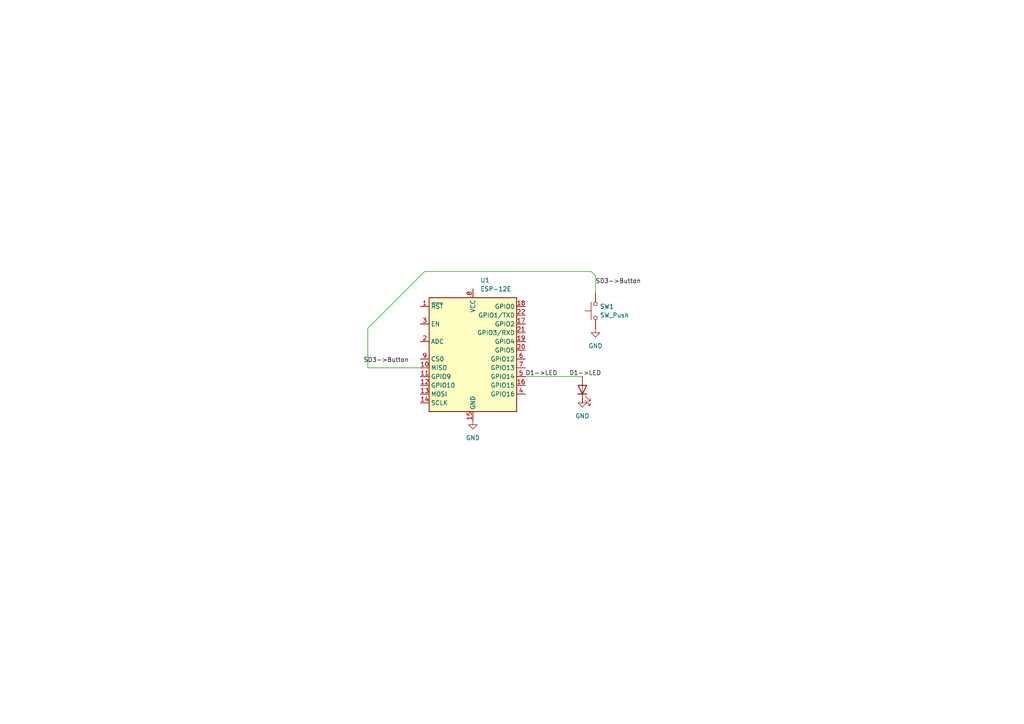
<source format=kicad_sch>
(kicad_sch
	(version 20250114)
	(generator "eeschema")
	(generator_version "9.0")
	(uuid "0e508b70-dc46-4eb0-aec2-4e44f6ecd5f4")
	(paper "A4")
	(title_block
		(date "07-07-25")
	)
	(lib_symbols
		(symbol "Device:LED"
			(pin_numbers
				(hide yes)
			)
			(pin_names
				(offset 1.016)
				(hide yes)
			)
			(exclude_from_sim no)
			(in_bom yes)
			(on_board yes)
			(property "Reference" "D"
				(at 0 2.54 0)
				(effects
					(font
						(size 1.27 1.27)
					)
				)
			)
			(property "Value" "LED"
				(at 0 -2.54 0)
				(effects
					(font
						(size 1.27 1.27)
					)
				)
			)
			(property "Footprint" ""
				(at 0 0 0)
				(effects
					(font
						(size 1.27 1.27)
					)
					(hide yes)
				)
			)
			(property "Datasheet" "~"
				(at 0 0 0)
				(effects
					(font
						(size 1.27 1.27)
					)
					(hide yes)
				)
			)
			(property "Description" "Light emitting diode"
				(at 0 0 0)
				(effects
					(font
						(size 1.27 1.27)
					)
					(hide yes)
				)
			)
			(property "Sim.Pins" "1=K 2=A"
				(at 0 0 0)
				(effects
					(font
						(size 1.27 1.27)
					)
					(hide yes)
				)
			)
			(property "ki_keywords" "LED diode"
				(at 0 0 0)
				(effects
					(font
						(size 1.27 1.27)
					)
					(hide yes)
				)
			)
			(property "ki_fp_filters" "LED* LED_SMD:* LED_THT:*"
				(at 0 0 0)
				(effects
					(font
						(size 1.27 1.27)
					)
					(hide yes)
				)
			)
			(symbol "LED_0_1"
				(polyline
					(pts
						(xy -3.048 -0.762) (xy -4.572 -2.286) (xy -3.81 -2.286) (xy -4.572 -2.286) (xy -4.572 -1.524)
					)
					(stroke
						(width 0)
						(type default)
					)
					(fill
						(type none)
					)
				)
				(polyline
					(pts
						(xy -1.778 -0.762) (xy -3.302 -2.286) (xy -2.54 -2.286) (xy -3.302 -2.286) (xy -3.302 -1.524)
					)
					(stroke
						(width 0)
						(type default)
					)
					(fill
						(type none)
					)
				)
				(polyline
					(pts
						(xy -1.27 0) (xy 1.27 0)
					)
					(stroke
						(width 0)
						(type default)
					)
					(fill
						(type none)
					)
				)
				(polyline
					(pts
						(xy -1.27 -1.27) (xy -1.27 1.27)
					)
					(stroke
						(width 0.254)
						(type default)
					)
					(fill
						(type none)
					)
				)
				(polyline
					(pts
						(xy 1.27 -1.27) (xy 1.27 1.27) (xy -1.27 0) (xy 1.27 -1.27)
					)
					(stroke
						(width 0.254)
						(type default)
					)
					(fill
						(type none)
					)
				)
			)
			(symbol "LED_1_1"
				(pin passive line
					(at -3.81 0 0)
					(length 2.54)
					(name "K"
						(effects
							(font
								(size 1.27 1.27)
							)
						)
					)
					(number "1"
						(effects
							(font
								(size 1.27 1.27)
							)
						)
					)
				)
				(pin passive line
					(at 3.81 0 180)
					(length 2.54)
					(name "A"
						(effects
							(font
								(size 1.27 1.27)
							)
						)
					)
					(number "2"
						(effects
							(font
								(size 1.27 1.27)
							)
						)
					)
				)
			)
			(embedded_fonts no)
		)
		(symbol "RF_Module:ESP-12E"
			(exclude_from_sim no)
			(in_bom yes)
			(on_board yes)
			(property "Reference" "U"
				(at -12.7 19.05 0)
				(effects
					(font
						(size 1.27 1.27)
					)
					(justify left)
				)
			)
			(property "Value" "ESP-12E"
				(at 12.7 19.05 0)
				(effects
					(font
						(size 1.27 1.27)
					)
					(justify right)
				)
			)
			(property "Footprint" "RF_Module:ESP-12E"
				(at 0 0 0)
				(effects
					(font
						(size 1.27 1.27)
					)
					(hide yes)
				)
			)
			(property "Datasheet" "http://wiki.ai-thinker.com/_media/esp8266/esp8266_series_modules_user_manual_v1.1.pdf"
				(at -8.89 2.54 0)
				(effects
					(font
						(size 1.27 1.27)
					)
					(hide yes)
				)
			)
			(property "Description" "802.11 b/g/n Wi-Fi Module"
				(at 0 0 0)
				(effects
					(font
						(size 1.27 1.27)
					)
					(hide yes)
				)
			)
			(property "ki_keywords" "802.11 Wi-Fi"
				(at 0 0 0)
				(effects
					(font
						(size 1.27 1.27)
					)
					(hide yes)
				)
			)
			(property "ki_fp_filters" "ESP?12*"
				(at 0 0 0)
				(effects
					(font
						(size 1.27 1.27)
					)
					(hide yes)
				)
			)
			(symbol "ESP-12E_0_1"
				(rectangle
					(start -12.7 17.78)
					(end 12.7 -15.24)
					(stroke
						(width 0.254)
						(type default)
					)
					(fill
						(type background)
					)
				)
			)
			(symbol "ESP-12E_1_1"
				(pin input line
					(at -15.24 15.24 0)
					(length 2.54)
					(name "~{RST}"
						(effects
							(font
								(size 1.27 1.27)
							)
						)
					)
					(number "1"
						(effects
							(font
								(size 1.27 1.27)
							)
						)
					)
				)
				(pin input line
					(at -15.24 10.16 0)
					(length 2.54)
					(name "EN"
						(effects
							(font
								(size 1.27 1.27)
							)
						)
					)
					(number "3"
						(effects
							(font
								(size 1.27 1.27)
							)
						)
					)
				)
				(pin input line
					(at -15.24 5.08 0)
					(length 2.54)
					(name "ADC"
						(effects
							(font
								(size 1.27 1.27)
							)
						)
					)
					(number "2"
						(effects
							(font
								(size 1.27 1.27)
							)
						)
					)
				)
				(pin input line
					(at -15.24 0 0)
					(length 2.54)
					(name "CS0"
						(effects
							(font
								(size 1.27 1.27)
							)
						)
					)
					(number "9"
						(effects
							(font
								(size 1.27 1.27)
							)
						)
					)
				)
				(pin bidirectional line
					(at -15.24 -2.54 0)
					(length 2.54)
					(name "MISO"
						(effects
							(font
								(size 1.27 1.27)
							)
						)
					)
					(number "10"
						(effects
							(font
								(size 1.27 1.27)
							)
						)
					)
				)
				(pin bidirectional line
					(at -15.24 -5.08 0)
					(length 2.54)
					(name "GPIO9"
						(effects
							(font
								(size 1.27 1.27)
							)
						)
					)
					(number "11"
						(effects
							(font
								(size 1.27 1.27)
							)
						)
					)
				)
				(pin bidirectional line
					(at -15.24 -7.62 0)
					(length 2.54)
					(name "GPIO10"
						(effects
							(font
								(size 1.27 1.27)
							)
						)
					)
					(number "12"
						(effects
							(font
								(size 1.27 1.27)
							)
						)
					)
				)
				(pin bidirectional line
					(at -15.24 -10.16 0)
					(length 2.54)
					(name "MOSI"
						(effects
							(font
								(size 1.27 1.27)
							)
						)
					)
					(number "13"
						(effects
							(font
								(size 1.27 1.27)
							)
						)
					)
				)
				(pin bidirectional line
					(at -15.24 -12.7 0)
					(length 2.54)
					(name "SCLK"
						(effects
							(font
								(size 1.27 1.27)
							)
						)
					)
					(number "14"
						(effects
							(font
								(size 1.27 1.27)
							)
						)
					)
				)
				(pin power_in line
					(at 0 20.32 270)
					(length 2.54)
					(name "VCC"
						(effects
							(font
								(size 1.27 1.27)
							)
						)
					)
					(number "8"
						(effects
							(font
								(size 1.27 1.27)
							)
						)
					)
				)
				(pin power_in line
					(at 0 -17.78 90)
					(length 2.54)
					(name "GND"
						(effects
							(font
								(size 1.27 1.27)
							)
						)
					)
					(number "15"
						(effects
							(font
								(size 1.27 1.27)
							)
						)
					)
				)
				(pin bidirectional line
					(at 15.24 15.24 180)
					(length 2.54)
					(name "GPIO0"
						(effects
							(font
								(size 1.27 1.27)
							)
						)
					)
					(number "18"
						(effects
							(font
								(size 1.27 1.27)
							)
						)
					)
				)
				(pin bidirectional line
					(at 15.24 12.7 180)
					(length 2.54)
					(name "GPIO1/TXD"
						(effects
							(font
								(size 1.27 1.27)
							)
						)
					)
					(number "22"
						(effects
							(font
								(size 1.27 1.27)
							)
						)
					)
				)
				(pin bidirectional line
					(at 15.24 10.16 180)
					(length 2.54)
					(name "GPIO2"
						(effects
							(font
								(size 1.27 1.27)
							)
						)
					)
					(number "17"
						(effects
							(font
								(size 1.27 1.27)
							)
						)
					)
				)
				(pin bidirectional line
					(at 15.24 7.62 180)
					(length 2.54)
					(name "GPIO3/RXD"
						(effects
							(font
								(size 1.27 1.27)
							)
						)
					)
					(number "21"
						(effects
							(font
								(size 1.27 1.27)
							)
						)
					)
				)
				(pin bidirectional line
					(at 15.24 5.08 180)
					(length 2.54)
					(name "GPIO4"
						(effects
							(font
								(size 1.27 1.27)
							)
						)
					)
					(number "19"
						(effects
							(font
								(size 1.27 1.27)
							)
						)
					)
				)
				(pin bidirectional line
					(at 15.24 2.54 180)
					(length 2.54)
					(name "GPIO5"
						(effects
							(font
								(size 1.27 1.27)
							)
						)
					)
					(number "20"
						(effects
							(font
								(size 1.27 1.27)
							)
						)
					)
				)
				(pin bidirectional line
					(at 15.24 0 180)
					(length 2.54)
					(name "GPIO12"
						(effects
							(font
								(size 1.27 1.27)
							)
						)
					)
					(number "6"
						(effects
							(font
								(size 1.27 1.27)
							)
						)
					)
				)
				(pin bidirectional line
					(at 15.24 -2.54 180)
					(length 2.54)
					(name "GPIO13"
						(effects
							(font
								(size 1.27 1.27)
							)
						)
					)
					(number "7"
						(effects
							(font
								(size 1.27 1.27)
							)
						)
					)
				)
				(pin bidirectional line
					(at 15.24 -5.08 180)
					(length 2.54)
					(name "GPIO14"
						(effects
							(font
								(size 1.27 1.27)
							)
						)
					)
					(number "5"
						(effects
							(font
								(size 1.27 1.27)
							)
						)
					)
				)
				(pin bidirectional line
					(at 15.24 -7.62 180)
					(length 2.54)
					(name "GPIO15"
						(effects
							(font
								(size 1.27 1.27)
							)
						)
					)
					(number "16"
						(effects
							(font
								(size 1.27 1.27)
							)
						)
					)
				)
				(pin bidirectional line
					(at 15.24 -10.16 180)
					(length 2.54)
					(name "GPIO16"
						(effects
							(font
								(size 1.27 1.27)
							)
						)
					)
					(number "4"
						(effects
							(font
								(size 1.27 1.27)
							)
						)
					)
				)
			)
			(embedded_fonts no)
		)
		(symbol "Switch:SW_Push"
			(pin_numbers
				(hide yes)
			)
			(pin_names
				(offset 1.016)
				(hide yes)
			)
			(exclude_from_sim no)
			(in_bom yes)
			(on_board yes)
			(property "Reference" "SW"
				(at 1.27 2.54 0)
				(effects
					(font
						(size 1.27 1.27)
					)
					(justify left)
				)
			)
			(property "Value" "SW_Push"
				(at 0 -1.524 0)
				(effects
					(font
						(size 1.27 1.27)
					)
				)
			)
			(property "Footprint" ""
				(at 0 5.08 0)
				(effects
					(font
						(size 1.27 1.27)
					)
					(hide yes)
				)
			)
			(property "Datasheet" "~"
				(at 0 5.08 0)
				(effects
					(font
						(size 1.27 1.27)
					)
					(hide yes)
				)
			)
			(property "Description" "Push button switch, generic, two pins"
				(at 0 0 0)
				(effects
					(font
						(size 1.27 1.27)
					)
					(hide yes)
				)
			)
			(property "ki_keywords" "switch normally-open pushbutton push-button"
				(at 0 0 0)
				(effects
					(font
						(size 1.27 1.27)
					)
					(hide yes)
				)
			)
			(symbol "SW_Push_0_1"
				(circle
					(center -2.032 0)
					(radius 0.508)
					(stroke
						(width 0)
						(type default)
					)
					(fill
						(type none)
					)
				)
				(polyline
					(pts
						(xy 0 1.27) (xy 0 3.048)
					)
					(stroke
						(width 0)
						(type default)
					)
					(fill
						(type none)
					)
				)
				(circle
					(center 2.032 0)
					(radius 0.508)
					(stroke
						(width 0)
						(type default)
					)
					(fill
						(type none)
					)
				)
				(polyline
					(pts
						(xy 2.54 1.27) (xy -2.54 1.27)
					)
					(stroke
						(width 0)
						(type default)
					)
					(fill
						(type none)
					)
				)
				(pin passive line
					(at -5.08 0 0)
					(length 2.54)
					(name "1"
						(effects
							(font
								(size 1.27 1.27)
							)
						)
					)
					(number "1"
						(effects
							(font
								(size 1.27 1.27)
							)
						)
					)
				)
				(pin passive line
					(at 5.08 0 180)
					(length 2.54)
					(name "2"
						(effects
							(font
								(size 1.27 1.27)
							)
						)
					)
					(number "2"
						(effects
							(font
								(size 1.27 1.27)
							)
						)
					)
				)
			)
			(embedded_fonts no)
		)
		(symbol "power:GND"
			(power)
			(pin_numbers
				(hide yes)
			)
			(pin_names
				(offset 0)
				(hide yes)
			)
			(exclude_from_sim no)
			(in_bom yes)
			(on_board yes)
			(property "Reference" "#PWR"
				(at 0 -6.35 0)
				(effects
					(font
						(size 1.27 1.27)
					)
					(hide yes)
				)
			)
			(property "Value" "GND"
				(at 0 -3.81 0)
				(effects
					(font
						(size 1.27 1.27)
					)
				)
			)
			(property "Footprint" ""
				(at 0 0 0)
				(effects
					(font
						(size 1.27 1.27)
					)
					(hide yes)
				)
			)
			(property "Datasheet" ""
				(at 0 0 0)
				(effects
					(font
						(size 1.27 1.27)
					)
					(hide yes)
				)
			)
			(property "Description" "Power symbol creates a global label with name \"GND\" , ground"
				(at 0 0 0)
				(effects
					(font
						(size 1.27 1.27)
					)
					(hide yes)
				)
			)
			(property "ki_keywords" "global power"
				(at 0 0 0)
				(effects
					(font
						(size 1.27 1.27)
					)
					(hide yes)
				)
			)
			(symbol "GND_0_1"
				(polyline
					(pts
						(xy 0 0) (xy 0 -1.27) (xy 1.27 -1.27) (xy 0 -2.54) (xy -1.27 -1.27) (xy 0 -1.27)
					)
					(stroke
						(width 0)
						(type default)
					)
					(fill
						(type none)
					)
				)
			)
			(symbol "GND_1_1"
				(pin power_in line
					(at 0 0 270)
					(length 0)
					(name "~"
						(effects
							(font
								(size 1.27 1.27)
							)
						)
					)
					(number "1"
						(effects
							(font
								(size 1.27 1.27)
							)
						)
					)
				)
			)
			(embedded_fonts no)
		)
	)
	(wire
		(pts
			(xy 123.19 78.74) (xy 171.45 78.74)
		)
		(stroke
			(width 0)
			(type default)
		)
		(uuid "02905ecc-54c5-4df4-b8ee-6ae32d95ef80")
	)
	(wire
		(pts
			(xy 168.91 116.84) (xy 168.91 115.57)
		)
		(stroke
			(width 0)
			(type default)
		)
		(uuid "050e73b0-e54a-46c8-b91e-99da52d2b245")
	)
	(wire
		(pts
			(xy 171.45 78.74) (xy 172.72 80.01)
		)
		(stroke
			(width 0)
			(type default)
		)
		(uuid "2bfbf054-7571-4708-971d-ef53919f6689")
	)
	(wire
		(pts
			(xy 172.72 80.01) (xy 172.72 85.09)
		)
		(stroke
			(width 0)
			(type default)
		)
		(uuid "63276d94-7d8e-4bdb-92ed-ed354f3888ab")
	)
	(wire
		(pts
			(xy 106.68 106.68) (xy 121.92 106.68)
		)
		(stroke
			(width 0)
			(type default)
		)
		(uuid "878288bf-3332-488f-8fd9-d9c91d751726")
	)
	(wire
		(pts
			(xy 106.68 95.25) (xy 106.68 106.68)
		)
		(stroke
			(width 0)
			(type default)
		)
		(uuid "9e93cc4c-ac05-49ea-8daf-148ed8a2ad9b")
	)
	(wire
		(pts
			(xy 152.4 109.22) (xy 168.91 109.22)
		)
		(stroke
			(width 0)
			(type default)
		)
		(uuid "c7b0e253-089d-45bd-a4b5-792443e64439")
	)
	(wire
		(pts
			(xy 106.68 95.25) (xy 123.19 78.74)
		)
		(stroke
			(width 0)
			(type default)
		)
		(uuid "db4c8c1b-8237-40bd-a759-e85607d38eb2")
	)
	(label "SD3->Button"
		(at 105.41 105.41 0)
		(effects
			(font
				(size 1.27 1.27)
			)
			(justify left bottom)
		)
		(uuid "9dfc7410-34e5-44b1-ba76-bf14f2c33fa8")
	)
	(label "D1->LED"
		(at 152.4 109.22 0)
		(effects
			(font
				(size 1.27 1.27)
			)
			(justify left bottom)
		)
		(uuid "c6d6edf4-8871-4357-9c66-8e770e0d5716")
	)
	(label "SD3->Button"
		(at 172.72 82.55 0)
		(effects
			(font
				(size 1.27 1.27)
			)
			(justify left bottom)
		)
		(uuid "eba9ed07-e0ee-4dd7-9959-88df322b8403")
	)
	(label "D1->LED"
		(at 165.1 109.22 0)
		(effects
			(font
				(size 1.27 1.27)
			)
			(justify left bottom)
		)
		(uuid "ede775c1-0e25-4461-8780-2646ebc1b550")
	)
	(symbol
		(lib_id "Switch:SW_Push")
		(at 172.72 90.17 90)
		(unit 1)
		(exclude_from_sim no)
		(in_bom yes)
		(on_board yes)
		(dnp no)
		(fields_autoplaced yes)
		(uuid "027c9d27-d06d-418b-b525-31aed4657a9e")
		(property "Reference" "SW1"
			(at 173.99 88.8999 90)
			(effects
				(font
					(size 1.27 1.27)
				)
				(justify right)
			)
		)
		(property "Value" "SW_Push"
			(at 173.99 91.4399 90)
			(effects
				(font
					(size 1.27 1.27)
				)
				(justify right)
			)
		)
		(property "Footprint" ""
			(at 167.64 90.17 0)
			(effects
				(font
					(size 1.27 1.27)
				)
				(hide yes)
			)
		)
		(property "Datasheet" "~"
			(at 167.64 90.17 0)
			(effects
				(font
					(size 1.27 1.27)
				)
				(hide yes)
			)
		)
		(property "Description" "Push button switch, generic, two pins"
			(at 172.72 90.17 0)
			(effects
				(font
					(size 1.27 1.27)
				)
				(hide yes)
			)
		)
		(pin "1"
			(uuid "f3cea71f-eb6c-4aac-aa8b-ace27cb5cc91")
		)
		(pin "2"
			(uuid "1ebf3835-e289-4599-8fd0-ff293f1d6a7e")
		)
		(instances
			(project ""
				(path "/0e508b70-dc46-4eb0-aec2-4e44f6ecd5f4"
					(reference "SW1")
					(unit 1)
				)
			)
		)
	)
	(symbol
		(lib_id "power:GND")
		(at 168.91 115.57 0)
		(unit 1)
		(exclude_from_sim no)
		(in_bom yes)
		(on_board yes)
		(dnp no)
		(fields_autoplaced yes)
		(uuid "0aa389bd-b974-49c0-8ab1-251129891042")
		(property "Reference" "#PWR03"
			(at 168.91 121.92 0)
			(effects
				(font
					(size 1.27 1.27)
				)
				(hide yes)
			)
		)
		(property "Value" "GND"
			(at 168.91 120.65 0)
			(effects
				(font
					(size 1.27 1.27)
				)
			)
		)
		(property "Footprint" ""
			(at 168.91 115.57 0)
			(effects
				(font
					(size 1.27 1.27)
				)
				(hide yes)
			)
		)
		(property "Datasheet" ""
			(at 168.91 115.57 0)
			(effects
				(font
					(size 1.27 1.27)
				)
				(hide yes)
			)
		)
		(property "Description" "Power symbol creates a global label with name \"GND\" , ground"
			(at 168.91 115.57 0)
			(effects
				(font
					(size 1.27 1.27)
				)
				(hide yes)
			)
		)
		(pin "1"
			(uuid "0acbcc3e-702e-4578-989f-a609eb49273d")
		)
		(instances
			(project "Home_Automation"
				(path "/0e508b70-dc46-4eb0-aec2-4e44f6ecd5f4"
					(reference "#PWR03")
					(unit 1)
				)
			)
		)
	)
	(symbol
		(lib_id "power:GND")
		(at 172.72 95.25 0)
		(unit 1)
		(exclude_from_sim no)
		(in_bom yes)
		(on_board yes)
		(dnp no)
		(fields_autoplaced yes)
		(uuid "32290b92-f607-42bc-adbf-e6841b724031")
		(property "Reference" "#PWR02"
			(at 172.72 101.6 0)
			(effects
				(font
					(size 1.27 1.27)
				)
				(hide yes)
			)
		)
		(property "Value" "GND"
			(at 172.72 100.33 0)
			(effects
				(font
					(size 1.27 1.27)
				)
			)
		)
		(property "Footprint" ""
			(at 172.72 95.25 0)
			(effects
				(font
					(size 1.27 1.27)
				)
				(hide yes)
			)
		)
		(property "Datasheet" ""
			(at 172.72 95.25 0)
			(effects
				(font
					(size 1.27 1.27)
				)
				(hide yes)
			)
		)
		(property "Description" "Power symbol creates a global label with name \"GND\" , ground"
			(at 172.72 95.25 0)
			(effects
				(font
					(size 1.27 1.27)
				)
				(hide yes)
			)
		)
		(pin "1"
			(uuid "f83f0dae-3091-4c75-ac96-aa7d4abc5dad")
		)
		(instances
			(project ""
				(path "/0e508b70-dc46-4eb0-aec2-4e44f6ecd5f4"
					(reference "#PWR02")
					(unit 1)
				)
			)
		)
	)
	(symbol
		(lib_id "RF_Module:ESP-12E")
		(at 137.16 104.14 0)
		(unit 1)
		(exclude_from_sim no)
		(in_bom yes)
		(on_board yes)
		(dnp no)
		(fields_autoplaced yes)
		(uuid "7e38f572-8fb7-4527-9c75-54b65b064060")
		(property "Reference" "U1"
			(at 139.3033 81.28 0)
			(effects
				(font
					(size 1.27 1.27)
				)
				(justify left)
			)
		)
		(property "Value" "ESP-12E"
			(at 139.3033 83.82 0)
			(effects
				(font
					(size 1.27 1.27)
				)
				(justify left)
			)
		)
		(property "Footprint" "RF_Module:ESP-12E"
			(at 137.16 104.14 0)
			(effects
				(font
					(size 1.27 1.27)
				)
				(hide yes)
			)
		)
		(property "Datasheet" "http://wiki.ai-thinker.com/_media/esp8266/esp8266_series_modules_user_manual_v1.1.pdf"
			(at 128.27 101.6 0)
			(effects
				(font
					(size 1.27 1.27)
				)
				(hide yes)
			)
		)
		(property "Description" "802.11 b/g/n Wi-Fi Module"
			(at 137.16 104.14 0)
			(effects
				(font
					(size 1.27 1.27)
				)
				(hide yes)
			)
		)
		(pin "17"
			(uuid "5e43381c-e559-4406-bb55-7339d665ea65")
		)
		(pin "3"
			(uuid "fbade32c-090a-4985-937a-30f52b6627d6")
		)
		(pin "12"
			(uuid "4158039c-0094-492d-b7c6-6f2dc472cf8c")
		)
		(pin "15"
			(uuid "47d967ce-4f5d-499a-af4a-de6a7ba045df")
		)
		(pin "22"
			(uuid "1b61dbdd-bfd3-4ec4-bba4-acf00720ac63")
		)
		(pin "18"
			(uuid "1c678588-7447-416c-84cf-d9b08f822c31")
		)
		(pin "2"
			(uuid "9462038f-e3aa-4289-a71a-6bd3e02f089e")
		)
		(pin "10"
			(uuid "00c41197-26e4-4eb0-b784-5c7359687c9e")
		)
		(pin "9"
			(uuid "c0d46469-36ee-47bd-98bf-1500483afa3f")
		)
		(pin "11"
			(uuid "ad932909-fe80-4595-8978-b7302167cfe0")
		)
		(pin "13"
			(uuid "01e7623e-e0d0-4f08-985d-c2363e3d4185")
		)
		(pin "19"
			(uuid "fc851efd-dafe-401e-a42f-d9367e3eefbd")
		)
		(pin "20"
			(uuid "7d5b4fc9-c721-457f-9576-651c53c84a19")
		)
		(pin "6"
			(uuid "759c1dd7-d36f-418f-9a28-20fc9b7dbf19")
		)
		(pin "14"
			(uuid "9532c1b6-26cd-4e83-a7f6-e221fb4ff1d6")
		)
		(pin "5"
			(uuid "84cb84cc-5087-4929-9618-7529e16d8093")
		)
		(pin "16"
			(uuid "83aa2dcb-c78b-4ad8-9a1d-5a46f12f8cbe")
		)
		(pin "7"
			(uuid "6559ba8e-a523-4a35-aa60-8610dc0eeaf4")
		)
		(pin "4"
			(uuid "67621c3e-de8b-4e79-b743-5716c5b08b8d")
		)
		(pin "1"
			(uuid "b575c299-f063-46f8-96ae-06fc5f0cb718")
		)
		(pin "8"
			(uuid "1091c2db-44c9-4280-8cd5-4148575e2c1f")
		)
		(pin "21"
			(uuid "29a65645-43a7-4745-81bb-ea52ca3e32fa")
		)
		(instances
			(project ""
				(path "/0e508b70-dc46-4eb0-aec2-4e44f6ecd5f4"
					(reference "U1")
					(unit 1)
				)
			)
		)
	)
	(symbol
		(lib_id "power:GND")
		(at 137.16 121.92 0)
		(unit 1)
		(exclude_from_sim no)
		(in_bom yes)
		(on_board yes)
		(dnp no)
		(fields_autoplaced yes)
		(uuid "89fa78f1-2a81-44be-a735-4a145a2a3609")
		(property "Reference" "#PWR01"
			(at 137.16 128.27 0)
			(effects
				(font
					(size 1.27 1.27)
				)
				(hide yes)
			)
		)
		(property "Value" "GND"
			(at 137.16 127 0)
			(effects
				(font
					(size 1.27 1.27)
				)
			)
		)
		(property "Footprint" ""
			(at 137.16 121.92 0)
			(effects
				(font
					(size 1.27 1.27)
				)
				(hide yes)
			)
		)
		(property "Datasheet" ""
			(at 137.16 121.92 0)
			(effects
				(font
					(size 1.27 1.27)
				)
				(hide yes)
			)
		)
		(property "Description" "Power symbol creates a global label with name \"GND\" , ground"
			(at 137.16 121.92 0)
			(effects
				(font
					(size 1.27 1.27)
				)
				(hide yes)
			)
		)
		(pin "1"
			(uuid "d31c297d-1dc5-47a7-9044-6a9562306245")
		)
		(instances
			(project ""
				(path "/0e508b70-dc46-4eb0-aec2-4e44f6ecd5f4"
					(reference "#PWR01")
					(unit 1)
				)
			)
		)
	)
	(symbol
		(lib_id "Device:LED")
		(at 168.91 113.03 90)
		(unit 1)
		(exclude_from_sim no)
		(in_bom yes)
		(on_board yes)
		(dnp no)
		(fields_autoplaced yes)
		(uuid "aacef5b3-9a29-42eb-9273-e6d0c8905396")
		(property "Reference" "D1"
			(at 172.72 113.3474 90)
			(effects
				(font
					(size 1.27 1.27)
				)
				(justify right)
				(hide yes)
			)
		)
		(property "Value" "LED"
			(at 172.72 115.8874 90)
			(effects
				(font
					(size 1.27 1.27)
				)
				(justify right)
				(hide yes)
			)
		)
		(property "Footprint" ""
			(at 168.91 113.03 0)
			(effects
				(font
					(size 1.27 1.27)
				)
				(hide yes)
			)
		)
		(property "Datasheet" "~"
			(at 168.91 113.03 0)
			(effects
				(font
					(size 1.27 1.27)
				)
				(hide yes)
			)
		)
		(property "Description" "Light emitting diode"
			(at 168.91 113.03 0)
			(effects
				(font
					(size 1.27 1.27)
				)
				(hide yes)
			)
		)
		(property "Sim.Pins" "1=K 2=A"
			(at 168.91 113.03 0)
			(effects
				(font
					(size 1.27 1.27)
				)
				(hide yes)
			)
		)
		(pin "1"
			(uuid "8695d18a-2e2b-4e63-891f-ba14cf0d32d1")
		)
		(pin "2"
			(uuid "932ca6dd-74c9-4969-8ce4-d81072b02312")
		)
		(instances
			(project ""
				(path "/0e508b70-dc46-4eb0-aec2-4e44f6ecd5f4"
					(reference "D1")
					(unit 1)
				)
			)
		)
	)
	(sheet_instances
		(path "/"
			(page "1")
		)
	)
	(embedded_fonts no)
)

</source>
